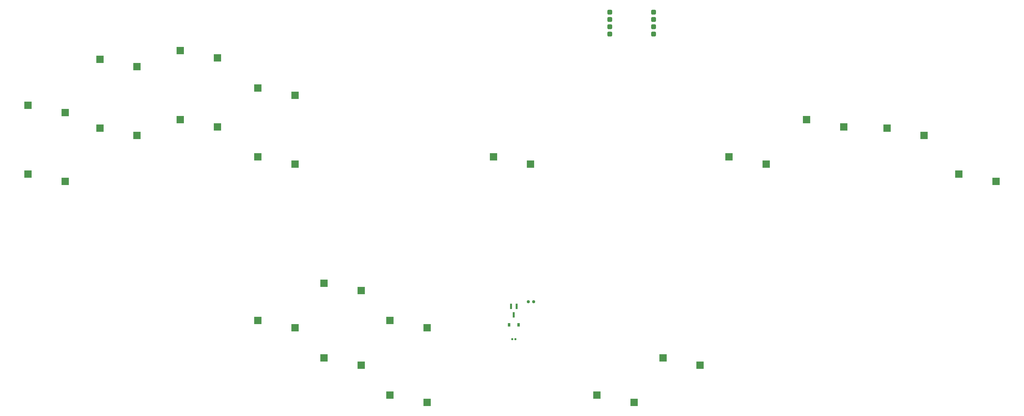
<source format=gbr>
%TF.GenerationSoftware,KiCad,Pcbnew,(6.0.0)*%
%TF.CreationDate,2022-09-18T23:58:15-04:00*%
%TF.ProjectId,SergioPico,53657267-696f-4506-9963-6f2e6b696361,rev?*%
%TF.SameCoordinates,Original*%
%TF.FileFunction,Paste,Top*%
%TF.FilePolarity,Positive*%
%FSLAX46Y46*%
G04 Gerber Fmt 4.6, Leading zero omitted, Abs format (unit mm)*
G04 Created by KiCad (PCBNEW (6.0.0)) date 2022-09-18 23:58:15*
%MOMM*%
%LPD*%
G01*
G04 APERTURE LIST*
G04 Aperture macros list*
%AMRoundRect*
0 Rectangle with rounded corners*
0 $1 Rounding radius*
0 $2 $3 $4 $5 $6 $7 $8 $9 X,Y pos of 4 corners*
0 Add a 4 corners polygon primitive as box body*
4,1,4,$2,$3,$4,$5,$6,$7,$8,$9,$2,$3,0*
0 Add four circle primitives for the rounded corners*
1,1,$1+$1,$2,$3*
1,1,$1+$1,$4,$5*
1,1,$1+$1,$6,$7*
1,1,$1+$1,$8,$9*
0 Add four rect primitives between the rounded corners*
20,1,$1+$1,$2,$3,$4,$5,0*
20,1,$1+$1,$4,$5,$6,$7,0*
20,1,$1+$1,$6,$7,$8,$9,0*
20,1,$1+$1,$8,$9,$2,$3,0*%
G04 Aperture macros list end*
%ADD10RoundRect,0.155000X-0.212500X-0.155000X0.212500X-0.155000X0.212500X0.155000X-0.212500X0.155000X0*%
%ADD11R,0.900000X1.200000*%
%ADD12RoundRect,0.237500X0.250000X0.237500X-0.250000X0.237500X-0.250000X-0.237500X0.250000X-0.237500X0*%
%ADD13RoundRect,0.425000X-0.425000X-0.425000X0.425000X-0.425000X0.425000X0.425000X-0.425000X0.425000X0*%
%ADD14R,0.800000X1.900000*%
%ADD15R,2.550000X2.500000*%
G04 APERTURE END LIST*
D10*
%TO.C,C1*%
X199432500Y-151000000D03*
X200567500Y-151000000D03*
%TD*%
D11*
%TO.C,D2*%
X198350000Y-146000000D03*
X201650000Y-146000000D03*
%TD*%
D12*
%TO.C,R1*%
X206912500Y-138000000D03*
X205087500Y-138000000D03*
%TD*%
D13*
%TO.C,J1*%
X233380000Y-37170000D03*
X233380000Y-39710000D03*
X233380000Y-42250000D03*
X233380000Y-44790000D03*
X248620000Y-44790000D03*
X248620000Y-42250000D03*
X248620000Y-39710000D03*
X248620000Y-37170000D03*
%TD*%
D14*
%TO.C,Q1*%
X200950000Y-139562500D03*
X199050000Y-139562500D03*
X200000000Y-142562500D03*
%TD*%
D15*
%TO.C,SW2*%
X251915000Y-157540000D03*
X264842000Y-160080000D03*
%TD*%
%TO.C,SW20*%
X110915000Y-144540000D03*
X123842000Y-147080000D03*
%TD*%
%TO.C,SW18*%
X133915000Y-131540000D03*
X146842000Y-134080000D03*
%TD*%
%TO.C,SW10*%
X274915000Y-87540000D03*
X287842000Y-90080000D03*
%TD*%
%TO.C,SW3*%
X329915000Y-77540000D03*
X342842000Y-80080000D03*
%TD*%
%TO.C,SW15*%
X55915000Y-53540000D03*
X68842000Y-56080000D03*
%TD*%
%TO.C,SW4*%
X110915000Y-63540000D03*
X123842000Y-66080000D03*
%TD*%
%TO.C,SW19*%
X133915000Y-157540000D03*
X146842000Y-160080000D03*
%TD*%
%TO.C,SW5*%
X110915000Y-87540000D03*
X123842000Y-90080000D03*
%TD*%
%TO.C,SW11*%
X55915000Y-77540000D03*
X68842000Y-80080000D03*
%TD*%
%TO.C,SW1*%
X354915000Y-93540000D03*
X367842000Y-96080000D03*
%TD*%
%TO.C,SW13*%
X30915000Y-69540000D03*
X43842000Y-72080000D03*
%TD*%
%TO.C,SW12*%
X192915000Y-87540000D03*
X205842000Y-90080000D03*
%TD*%
%TO.C,SW9*%
X83915000Y-74540000D03*
X96842000Y-77080000D03*
%TD*%
%TO.C,SW6*%
X228915000Y-170540000D03*
X241842000Y-173080000D03*
%TD*%
%TO.C,SW17*%
X156915000Y-170540000D03*
X169842000Y-173080000D03*
%TD*%
%TO.C,SW8*%
X83915000Y-50540000D03*
X96842000Y-53080000D03*
%TD*%
%TO.C,SW16*%
X156915000Y-144540000D03*
X169842000Y-147080000D03*
%TD*%
%TO.C,SW7*%
X301915000Y-74540000D03*
X314842000Y-77080000D03*
%TD*%
%TO.C,SW14*%
X30915000Y-93540000D03*
X43842000Y-96080000D03*
%TD*%
M02*

</source>
